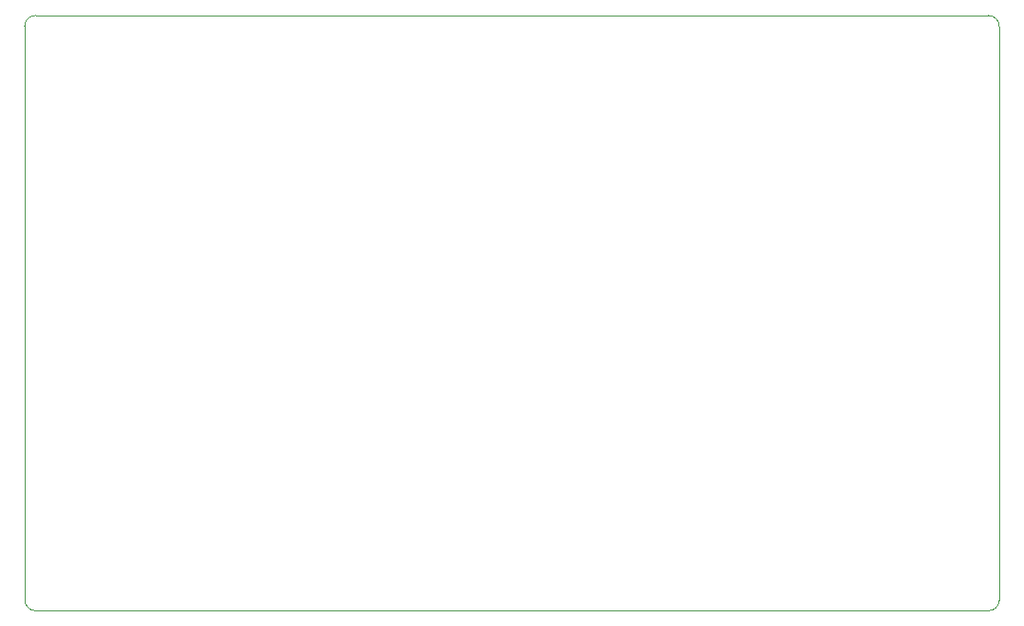
<source format=gbr>
%TF.GenerationSoftware,KiCad,Pcbnew,7.0.2*%
%TF.CreationDate,2023-07-26T08:06:31-03:00*%
%TF.ProjectId,Belliz_IOT,42656c6c-697a-45f4-994f-542e6b696361,rev?*%
%TF.SameCoordinates,Original*%
%TF.FileFunction,Profile,NP*%
%FSLAX46Y46*%
G04 Gerber Fmt 4.6, Leading zero omitted, Abs format (unit mm)*
G04 Created by KiCad (PCBNEW 7.0.2) date 2023-07-26 08:06:31*
%MOMM*%
%LPD*%
G01*
G04 APERTURE LIST*
%TA.AperFunction,Profile*%
%ADD10C,0.050000*%
%TD*%
G04 APERTURE END LIST*
D10*
X140000000Y-51000000D02*
G75*
G03*
X139000000Y-50000000I-1000000J0D01*
G01*
X140000000Y-104000000D02*
X140000000Y-51000000D01*
X139000000Y-105000000D02*
G75*
G03*
X140000000Y-104000000I0J1000000D01*
G01*
X49990001Y-50980050D02*
X50010001Y-103956615D01*
X139000000Y-50000000D02*
X50980000Y-50000000D01*
X50980000Y-50000050D02*
G75*
G03*
X49990001Y-50980050I0J-990050D01*
G01*
X50009985Y-103956614D02*
G75*
G03*
X51010000Y-104997414I1000015J-39986D01*
G01*
X51010000Y-104997414D02*
X139000000Y-105000000D01*
M02*

</source>
